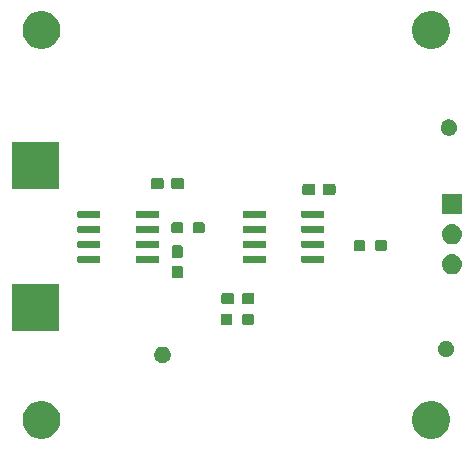
<source format=gbr>
G04 #@! TF.GenerationSoftware,KiCad,Pcbnew,(5.0.2)-1*
G04 #@! TF.CreationDate,2021-01-16T20:26:32+09:00*
G04 #@! TF.ProjectId,AllegroCurrentSensor,416c6c65-6772-46f4-9375-7272656e7453,rev?*
G04 #@! TF.SameCoordinates,Original*
G04 #@! TF.FileFunction,Soldermask,Top*
G04 #@! TF.FilePolarity,Negative*
%FSLAX46Y46*%
G04 Gerber Fmt 4.6, Leading zero omitted, Abs format (unit mm)*
G04 Created by KiCad (PCBNEW (5.0.2)-1) date 2021/01/16 20:26:32*
%MOMM*%
%LPD*%
G01*
G04 APERTURE LIST*
%ADD10C,0.100000*%
G04 APERTURE END LIST*
D10*
G36*
X96966703Y-64961486D02*
X97257883Y-65082097D01*
X97519944Y-65257201D01*
X97742799Y-65480056D01*
X97917903Y-65742117D01*
X98038514Y-66033297D01*
X98100000Y-66342412D01*
X98100000Y-66657588D01*
X98038514Y-66966703D01*
X97917903Y-67257883D01*
X97742799Y-67519944D01*
X97519944Y-67742799D01*
X97257883Y-67917903D01*
X96966703Y-68038514D01*
X96657588Y-68100000D01*
X96342412Y-68100000D01*
X96033297Y-68038514D01*
X95742117Y-67917903D01*
X95480056Y-67742799D01*
X95257201Y-67519944D01*
X95082097Y-67257883D01*
X94961486Y-66966703D01*
X94900000Y-66657588D01*
X94900000Y-66342412D01*
X94961486Y-66033297D01*
X95082097Y-65742117D01*
X95257201Y-65480056D01*
X95480056Y-65257201D01*
X95742117Y-65082097D01*
X96033297Y-64961486D01*
X96342412Y-64900000D01*
X96657588Y-64900000D01*
X96966703Y-64961486D01*
X96966703Y-64961486D01*
G37*
G36*
X63966703Y-64961486D02*
X64257883Y-65082097D01*
X64519944Y-65257201D01*
X64742799Y-65480056D01*
X64917903Y-65742117D01*
X65038514Y-66033297D01*
X65100000Y-66342412D01*
X65100000Y-66657588D01*
X65038514Y-66966703D01*
X64917903Y-67257883D01*
X64742799Y-67519944D01*
X64519944Y-67742799D01*
X64257883Y-67917903D01*
X63966703Y-68038514D01*
X63657588Y-68100000D01*
X63342412Y-68100000D01*
X63033297Y-68038514D01*
X62742117Y-67917903D01*
X62480056Y-67742799D01*
X62257201Y-67519944D01*
X62082097Y-67257883D01*
X61961486Y-66966703D01*
X61900000Y-66657588D01*
X61900000Y-66342412D01*
X61961486Y-66033297D01*
X62082097Y-65742117D01*
X62257201Y-65480056D01*
X62480056Y-65257201D01*
X62742117Y-65082097D01*
X63033297Y-64961486D01*
X63342412Y-64900000D01*
X63657588Y-64900000D01*
X63966703Y-64961486D01*
X63966703Y-64961486D01*
G37*
G36*
X73954183Y-60326900D02*
X74081574Y-60379668D01*
X74196224Y-60456274D01*
X74293726Y-60553776D01*
X74370332Y-60668426D01*
X74423100Y-60795817D01*
X74450000Y-60931055D01*
X74450000Y-61068945D01*
X74423100Y-61204183D01*
X74370332Y-61331574D01*
X74293725Y-61446225D01*
X74196225Y-61543725D01*
X74081574Y-61620332D01*
X73954183Y-61673100D01*
X73818945Y-61700000D01*
X73681055Y-61700000D01*
X73545817Y-61673100D01*
X73418426Y-61620332D01*
X73303775Y-61543725D01*
X73206275Y-61446225D01*
X73129668Y-61331574D01*
X73076900Y-61204183D01*
X73050000Y-61068945D01*
X73050000Y-60931055D01*
X73076900Y-60795817D01*
X73129668Y-60668426D01*
X73206274Y-60553776D01*
X73303776Y-60456274D01*
X73418426Y-60379668D01*
X73545817Y-60326900D01*
X73681055Y-60300000D01*
X73818945Y-60300000D01*
X73954183Y-60326900D01*
X73954183Y-60326900D01*
G37*
G36*
X97954183Y-59826900D02*
X98081574Y-59879668D01*
X98196225Y-59956275D01*
X98293725Y-60053775D01*
X98370332Y-60168426D01*
X98423100Y-60295817D01*
X98450000Y-60431055D01*
X98450000Y-60568945D01*
X98423100Y-60704183D01*
X98370332Y-60831574D01*
X98293726Y-60946224D01*
X98196224Y-61043726D01*
X98081574Y-61120332D01*
X97954183Y-61173100D01*
X97818945Y-61200000D01*
X97681055Y-61200000D01*
X97545817Y-61173100D01*
X97418426Y-61120332D01*
X97303776Y-61043726D01*
X97206274Y-60946224D01*
X97129668Y-60831574D01*
X97076900Y-60704183D01*
X97050000Y-60568945D01*
X97050000Y-60431055D01*
X97076900Y-60295817D01*
X97129668Y-60168426D01*
X97206275Y-60053775D01*
X97303775Y-59956275D01*
X97418426Y-59879668D01*
X97545817Y-59826900D01*
X97681055Y-59800000D01*
X97818945Y-59800000D01*
X97954183Y-59826900D01*
X97954183Y-59826900D01*
G37*
G36*
X65000000Y-59000000D02*
X61000000Y-59000000D01*
X61000000Y-55000000D01*
X65000000Y-55000000D01*
X65000000Y-59000000D01*
X65000000Y-59000000D01*
G37*
G36*
X79521524Y-57528955D02*
X79554236Y-57538879D01*
X79584390Y-57554997D01*
X79610816Y-57576684D01*
X79632503Y-57603110D01*
X79648621Y-57633264D01*
X79658545Y-57665976D01*
X79662500Y-57706138D01*
X79662500Y-58293862D01*
X79658545Y-58334024D01*
X79648621Y-58366736D01*
X79632503Y-58396890D01*
X79610816Y-58423316D01*
X79584390Y-58445003D01*
X79554236Y-58461121D01*
X79521524Y-58471045D01*
X79481362Y-58475000D01*
X78868638Y-58475000D01*
X78828476Y-58471045D01*
X78795764Y-58461121D01*
X78765610Y-58445003D01*
X78739184Y-58423316D01*
X78717497Y-58396890D01*
X78701379Y-58366736D01*
X78691455Y-58334024D01*
X78687500Y-58293862D01*
X78687500Y-57706138D01*
X78691455Y-57665976D01*
X78701379Y-57633264D01*
X78717497Y-57603110D01*
X78739184Y-57576684D01*
X78765610Y-57554997D01*
X78795764Y-57538879D01*
X78828476Y-57528955D01*
X78868638Y-57525000D01*
X79481362Y-57525000D01*
X79521524Y-57528955D01*
X79521524Y-57528955D01*
G37*
G36*
X81346524Y-57528955D02*
X81379236Y-57538879D01*
X81409390Y-57554997D01*
X81435816Y-57576684D01*
X81457503Y-57603110D01*
X81473621Y-57633264D01*
X81483545Y-57665976D01*
X81487500Y-57706138D01*
X81487500Y-58293862D01*
X81483545Y-58334024D01*
X81473621Y-58366736D01*
X81457503Y-58396890D01*
X81435816Y-58423316D01*
X81409390Y-58445003D01*
X81379236Y-58461121D01*
X81346524Y-58471045D01*
X81306362Y-58475000D01*
X80693638Y-58475000D01*
X80653476Y-58471045D01*
X80620764Y-58461121D01*
X80590610Y-58445003D01*
X80564184Y-58423316D01*
X80542497Y-58396890D01*
X80526379Y-58366736D01*
X80516455Y-58334024D01*
X80512500Y-58293862D01*
X80512500Y-57706138D01*
X80516455Y-57665976D01*
X80526379Y-57633264D01*
X80542497Y-57603110D01*
X80564184Y-57576684D01*
X80590610Y-57554997D01*
X80620764Y-57538879D01*
X80653476Y-57528955D01*
X80693638Y-57525000D01*
X81306362Y-57525000D01*
X81346524Y-57528955D01*
X81346524Y-57528955D01*
G37*
G36*
X79671524Y-55778955D02*
X79704236Y-55788879D01*
X79734390Y-55804997D01*
X79760816Y-55826684D01*
X79782503Y-55853110D01*
X79798621Y-55883264D01*
X79808545Y-55915976D01*
X79812500Y-55956138D01*
X79812500Y-56543862D01*
X79808545Y-56584024D01*
X79798621Y-56616736D01*
X79782503Y-56646890D01*
X79760816Y-56673316D01*
X79734390Y-56695003D01*
X79704236Y-56711121D01*
X79671524Y-56721045D01*
X79631362Y-56725000D01*
X78918638Y-56725000D01*
X78878476Y-56721045D01*
X78845764Y-56711121D01*
X78815610Y-56695003D01*
X78789184Y-56673316D01*
X78767497Y-56646890D01*
X78751379Y-56616736D01*
X78741455Y-56584024D01*
X78737500Y-56543862D01*
X78737500Y-55956138D01*
X78741455Y-55915976D01*
X78751379Y-55883264D01*
X78767497Y-55853110D01*
X78789184Y-55826684D01*
X78815610Y-55804997D01*
X78845764Y-55788879D01*
X78878476Y-55778955D01*
X78918638Y-55775000D01*
X79631362Y-55775000D01*
X79671524Y-55778955D01*
X79671524Y-55778955D01*
G37*
G36*
X81396524Y-55778955D02*
X81429236Y-55788879D01*
X81459390Y-55804997D01*
X81485816Y-55826684D01*
X81507503Y-55853110D01*
X81523621Y-55883264D01*
X81533545Y-55915976D01*
X81537500Y-55956138D01*
X81537500Y-56543862D01*
X81533545Y-56584024D01*
X81523621Y-56616736D01*
X81507503Y-56646890D01*
X81485816Y-56673316D01*
X81459390Y-56695003D01*
X81429236Y-56711121D01*
X81396524Y-56721045D01*
X81356362Y-56725000D01*
X80643638Y-56725000D01*
X80603476Y-56721045D01*
X80570764Y-56711121D01*
X80540610Y-56695003D01*
X80514184Y-56673316D01*
X80492497Y-56646890D01*
X80476379Y-56616736D01*
X80466455Y-56584024D01*
X80462500Y-56543862D01*
X80462500Y-55956138D01*
X80466455Y-55915976D01*
X80476379Y-55883264D01*
X80492497Y-55853110D01*
X80514184Y-55826684D01*
X80540610Y-55804997D01*
X80570764Y-55788879D01*
X80603476Y-55778955D01*
X80643638Y-55775000D01*
X81356362Y-55775000D01*
X81396524Y-55778955D01*
X81396524Y-55778955D01*
G37*
G36*
X75334024Y-53466455D02*
X75366736Y-53476379D01*
X75396890Y-53492497D01*
X75423316Y-53514184D01*
X75445003Y-53540610D01*
X75461121Y-53570764D01*
X75471045Y-53603476D01*
X75475000Y-53643638D01*
X75475000Y-54356362D01*
X75471045Y-54396524D01*
X75461121Y-54429236D01*
X75445003Y-54459390D01*
X75423316Y-54485816D01*
X75396890Y-54507503D01*
X75366736Y-54523621D01*
X75334024Y-54533545D01*
X75293862Y-54537500D01*
X74706138Y-54537500D01*
X74665976Y-54533545D01*
X74633264Y-54523621D01*
X74603110Y-54507503D01*
X74576684Y-54485816D01*
X74554997Y-54459390D01*
X74538879Y-54429236D01*
X74528955Y-54396524D01*
X74525000Y-54356362D01*
X74525000Y-53643638D01*
X74528955Y-53603476D01*
X74538879Y-53570764D01*
X74554997Y-53540610D01*
X74576684Y-53514184D01*
X74603110Y-53492497D01*
X74633264Y-53476379D01*
X74665976Y-53466455D01*
X74706138Y-53462500D01*
X75293862Y-53462500D01*
X75334024Y-53466455D01*
X75334024Y-53466455D01*
G37*
G36*
X98416630Y-52492299D02*
X98576855Y-52540903D01*
X98724520Y-52619831D01*
X98853949Y-52726051D01*
X98960169Y-52855480D01*
X99039097Y-53003145D01*
X99087701Y-53163370D01*
X99104112Y-53330000D01*
X99087701Y-53496630D01*
X99039097Y-53656855D01*
X98960169Y-53804520D01*
X98853949Y-53933949D01*
X98724520Y-54040169D01*
X98576855Y-54119097D01*
X98416630Y-54167701D01*
X98291752Y-54180000D01*
X98208248Y-54180000D01*
X98083370Y-54167701D01*
X97923145Y-54119097D01*
X97775480Y-54040169D01*
X97646051Y-53933949D01*
X97539831Y-53804520D01*
X97460903Y-53656855D01*
X97412299Y-53496630D01*
X97395888Y-53330000D01*
X97412299Y-53163370D01*
X97460903Y-53003145D01*
X97539831Y-52855480D01*
X97646051Y-52726051D01*
X97775480Y-52619831D01*
X97923145Y-52540903D01*
X98083370Y-52492299D01*
X98208248Y-52480000D01*
X98291752Y-52480000D01*
X98416630Y-52492299D01*
X98416630Y-52492299D01*
G37*
G36*
X68429452Y-52607274D02*
X68445750Y-52612218D01*
X68460777Y-52620251D01*
X68473944Y-52631056D01*
X68484749Y-52644223D01*
X68492782Y-52659250D01*
X68497726Y-52675548D01*
X68500000Y-52698640D01*
X68500000Y-53111360D01*
X68497726Y-53134452D01*
X68492782Y-53150750D01*
X68484749Y-53165777D01*
X68473944Y-53178944D01*
X68460777Y-53189749D01*
X68445750Y-53197782D01*
X68429452Y-53202726D01*
X68406360Y-53205000D01*
X66643640Y-53205000D01*
X66620548Y-53202726D01*
X66604250Y-53197782D01*
X66589223Y-53189749D01*
X66576056Y-53178944D01*
X66565251Y-53165777D01*
X66557218Y-53150750D01*
X66552274Y-53134452D01*
X66550000Y-53111360D01*
X66550000Y-52698640D01*
X66552274Y-52675548D01*
X66557218Y-52659250D01*
X66565251Y-52644223D01*
X66576056Y-52631056D01*
X66589223Y-52620251D01*
X66604250Y-52612218D01*
X66620548Y-52607274D01*
X66643640Y-52605000D01*
X68406360Y-52605000D01*
X68429452Y-52607274D01*
X68429452Y-52607274D01*
G37*
G36*
X82429452Y-52607274D02*
X82445750Y-52612218D01*
X82460777Y-52620251D01*
X82473944Y-52631056D01*
X82484749Y-52644223D01*
X82492782Y-52659250D01*
X82497726Y-52675548D01*
X82500000Y-52698640D01*
X82500000Y-53111360D01*
X82497726Y-53134452D01*
X82492782Y-53150750D01*
X82484749Y-53165777D01*
X82473944Y-53178944D01*
X82460777Y-53189749D01*
X82445750Y-53197782D01*
X82429452Y-53202726D01*
X82406360Y-53205000D01*
X80643640Y-53205000D01*
X80620548Y-53202726D01*
X80604250Y-53197782D01*
X80589223Y-53189749D01*
X80576056Y-53178944D01*
X80565251Y-53165777D01*
X80557218Y-53150750D01*
X80552274Y-53134452D01*
X80550000Y-53111360D01*
X80550000Y-52698640D01*
X80552274Y-52675548D01*
X80557218Y-52659250D01*
X80565251Y-52644223D01*
X80576056Y-52631056D01*
X80589223Y-52620251D01*
X80604250Y-52612218D01*
X80620548Y-52607274D01*
X80643640Y-52605000D01*
X82406360Y-52605000D01*
X82429452Y-52607274D01*
X82429452Y-52607274D01*
G37*
G36*
X73379452Y-52607274D02*
X73395750Y-52612218D01*
X73410777Y-52620251D01*
X73423944Y-52631056D01*
X73434749Y-52644223D01*
X73442782Y-52659250D01*
X73447726Y-52675548D01*
X73450000Y-52698640D01*
X73450000Y-53111360D01*
X73447726Y-53134452D01*
X73442782Y-53150750D01*
X73434749Y-53165777D01*
X73423944Y-53178944D01*
X73410777Y-53189749D01*
X73395750Y-53197782D01*
X73379452Y-53202726D01*
X73356360Y-53205000D01*
X71593640Y-53205000D01*
X71570548Y-53202726D01*
X71554250Y-53197782D01*
X71539223Y-53189749D01*
X71526056Y-53178944D01*
X71515251Y-53165777D01*
X71507218Y-53150750D01*
X71502274Y-53134452D01*
X71500000Y-53111360D01*
X71500000Y-52698640D01*
X71502274Y-52675548D01*
X71507218Y-52659250D01*
X71515251Y-52644223D01*
X71526056Y-52631056D01*
X71539223Y-52620251D01*
X71554250Y-52612218D01*
X71570548Y-52607274D01*
X71593640Y-52605000D01*
X73356360Y-52605000D01*
X73379452Y-52607274D01*
X73379452Y-52607274D01*
G37*
G36*
X87379452Y-52607274D02*
X87395750Y-52612218D01*
X87410777Y-52620251D01*
X87423944Y-52631056D01*
X87434749Y-52644223D01*
X87442782Y-52659250D01*
X87447726Y-52675548D01*
X87450000Y-52698640D01*
X87450000Y-53111360D01*
X87447726Y-53134452D01*
X87442782Y-53150750D01*
X87434749Y-53165777D01*
X87423944Y-53178944D01*
X87410777Y-53189749D01*
X87395750Y-53197782D01*
X87379452Y-53202726D01*
X87356360Y-53205000D01*
X85593640Y-53205000D01*
X85570548Y-53202726D01*
X85554250Y-53197782D01*
X85539223Y-53189749D01*
X85526056Y-53178944D01*
X85515251Y-53165777D01*
X85507218Y-53150750D01*
X85502274Y-53134452D01*
X85500000Y-53111360D01*
X85500000Y-52698640D01*
X85502274Y-52675548D01*
X85507218Y-52659250D01*
X85515251Y-52644223D01*
X85526056Y-52631056D01*
X85539223Y-52620251D01*
X85554250Y-52612218D01*
X85570548Y-52607274D01*
X85593640Y-52605000D01*
X87356360Y-52605000D01*
X87379452Y-52607274D01*
X87379452Y-52607274D01*
G37*
G36*
X75334024Y-51741455D02*
X75366736Y-51751379D01*
X75396890Y-51767497D01*
X75423316Y-51789184D01*
X75445003Y-51815610D01*
X75461121Y-51845764D01*
X75471045Y-51878476D01*
X75475000Y-51918638D01*
X75475000Y-52631362D01*
X75471045Y-52671524D01*
X75461121Y-52704236D01*
X75445003Y-52734390D01*
X75423316Y-52760816D01*
X75396890Y-52782503D01*
X75366736Y-52798621D01*
X75334024Y-52808545D01*
X75293862Y-52812500D01*
X74706138Y-52812500D01*
X74665976Y-52808545D01*
X74633264Y-52798621D01*
X74603110Y-52782503D01*
X74576684Y-52760816D01*
X74554997Y-52734390D01*
X74538879Y-52704236D01*
X74528955Y-52671524D01*
X74525000Y-52631362D01*
X74525000Y-51918638D01*
X74528955Y-51878476D01*
X74538879Y-51845764D01*
X74554997Y-51815610D01*
X74576684Y-51789184D01*
X74603110Y-51767497D01*
X74633264Y-51751379D01*
X74665976Y-51741455D01*
X74706138Y-51737500D01*
X75293862Y-51737500D01*
X75334024Y-51741455D01*
X75334024Y-51741455D01*
G37*
G36*
X92596524Y-51278955D02*
X92629236Y-51288879D01*
X92659390Y-51304997D01*
X92685816Y-51326684D01*
X92707503Y-51353110D01*
X92723621Y-51383264D01*
X92733545Y-51415976D01*
X92737500Y-51456138D01*
X92737500Y-52043862D01*
X92733545Y-52084024D01*
X92723621Y-52116736D01*
X92707503Y-52146890D01*
X92685816Y-52173316D01*
X92659390Y-52195003D01*
X92629236Y-52211121D01*
X92596524Y-52221045D01*
X92556362Y-52225000D01*
X91943638Y-52225000D01*
X91903476Y-52221045D01*
X91870764Y-52211121D01*
X91840610Y-52195003D01*
X91814184Y-52173316D01*
X91792497Y-52146890D01*
X91776379Y-52116736D01*
X91766455Y-52084024D01*
X91762500Y-52043862D01*
X91762500Y-51456138D01*
X91766455Y-51415976D01*
X91776379Y-51383264D01*
X91792497Y-51353110D01*
X91814184Y-51326684D01*
X91840610Y-51304997D01*
X91870764Y-51288879D01*
X91903476Y-51278955D01*
X91943638Y-51275000D01*
X92556362Y-51275000D01*
X92596524Y-51278955D01*
X92596524Y-51278955D01*
G37*
G36*
X90771524Y-51278955D02*
X90804236Y-51288879D01*
X90834390Y-51304997D01*
X90860816Y-51326684D01*
X90882503Y-51353110D01*
X90898621Y-51383264D01*
X90908545Y-51415976D01*
X90912500Y-51456138D01*
X90912500Y-52043862D01*
X90908545Y-52084024D01*
X90898621Y-52116736D01*
X90882503Y-52146890D01*
X90860816Y-52173316D01*
X90834390Y-52195003D01*
X90804236Y-52211121D01*
X90771524Y-52221045D01*
X90731362Y-52225000D01*
X90118638Y-52225000D01*
X90078476Y-52221045D01*
X90045764Y-52211121D01*
X90015610Y-52195003D01*
X89989184Y-52173316D01*
X89967497Y-52146890D01*
X89951379Y-52116736D01*
X89941455Y-52084024D01*
X89937500Y-52043862D01*
X89937500Y-51456138D01*
X89941455Y-51415976D01*
X89951379Y-51383264D01*
X89967497Y-51353110D01*
X89989184Y-51326684D01*
X90015610Y-51304997D01*
X90045764Y-51288879D01*
X90078476Y-51278955D01*
X90118638Y-51275000D01*
X90731362Y-51275000D01*
X90771524Y-51278955D01*
X90771524Y-51278955D01*
G37*
G36*
X87379452Y-51337274D02*
X87395750Y-51342218D01*
X87410777Y-51350251D01*
X87423944Y-51361056D01*
X87434749Y-51374223D01*
X87442782Y-51389250D01*
X87447726Y-51405548D01*
X87450000Y-51428640D01*
X87450000Y-51841360D01*
X87447726Y-51864452D01*
X87442782Y-51880750D01*
X87434749Y-51895777D01*
X87423944Y-51908944D01*
X87410777Y-51919749D01*
X87395750Y-51927782D01*
X87379452Y-51932726D01*
X87356360Y-51935000D01*
X85593640Y-51935000D01*
X85570548Y-51932726D01*
X85554250Y-51927782D01*
X85539223Y-51919749D01*
X85526056Y-51908944D01*
X85515251Y-51895777D01*
X85507218Y-51880750D01*
X85502274Y-51864452D01*
X85500000Y-51841360D01*
X85500000Y-51428640D01*
X85502274Y-51405548D01*
X85507218Y-51389250D01*
X85515251Y-51374223D01*
X85526056Y-51361056D01*
X85539223Y-51350251D01*
X85554250Y-51342218D01*
X85570548Y-51337274D01*
X85593640Y-51335000D01*
X87356360Y-51335000D01*
X87379452Y-51337274D01*
X87379452Y-51337274D01*
G37*
G36*
X82429452Y-51337274D02*
X82445750Y-51342218D01*
X82460777Y-51350251D01*
X82473944Y-51361056D01*
X82484749Y-51374223D01*
X82492782Y-51389250D01*
X82497726Y-51405548D01*
X82500000Y-51428640D01*
X82500000Y-51841360D01*
X82497726Y-51864452D01*
X82492782Y-51880750D01*
X82484749Y-51895777D01*
X82473944Y-51908944D01*
X82460777Y-51919749D01*
X82445750Y-51927782D01*
X82429452Y-51932726D01*
X82406360Y-51935000D01*
X80643640Y-51935000D01*
X80620548Y-51932726D01*
X80604250Y-51927782D01*
X80589223Y-51919749D01*
X80576056Y-51908944D01*
X80565251Y-51895777D01*
X80557218Y-51880750D01*
X80552274Y-51864452D01*
X80550000Y-51841360D01*
X80550000Y-51428640D01*
X80552274Y-51405548D01*
X80557218Y-51389250D01*
X80565251Y-51374223D01*
X80576056Y-51361056D01*
X80589223Y-51350251D01*
X80604250Y-51342218D01*
X80620548Y-51337274D01*
X80643640Y-51335000D01*
X82406360Y-51335000D01*
X82429452Y-51337274D01*
X82429452Y-51337274D01*
G37*
G36*
X68429452Y-51337274D02*
X68445750Y-51342218D01*
X68460777Y-51350251D01*
X68473944Y-51361056D01*
X68484749Y-51374223D01*
X68492782Y-51389250D01*
X68497726Y-51405548D01*
X68500000Y-51428640D01*
X68500000Y-51841360D01*
X68497726Y-51864452D01*
X68492782Y-51880750D01*
X68484749Y-51895777D01*
X68473944Y-51908944D01*
X68460777Y-51919749D01*
X68445750Y-51927782D01*
X68429452Y-51932726D01*
X68406360Y-51935000D01*
X66643640Y-51935000D01*
X66620548Y-51932726D01*
X66604250Y-51927782D01*
X66589223Y-51919749D01*
X66576056Y-51908944D01*
X66565251Y-51895777D01*
X66557218Y-51880750D01*
X66552274Y-51864452D01*
X66550000Y-51841360D01*
X66550000Y-51428640D01*
X66552274Y-51405548D01*
X66557218Y-51389250D01*
X66565251Y-51374223D01*
X66576056Y-51361056D01*
X66589223Y-51350251D01*
X66604250Y-51342218D01*
X66620548Y-51337274D01*
X66643640Y-51335000D01*
X68406360Y-51335000D01*
X68429452Y-51337274D01*
X68429452Y-51337274D01*
G37*
G36*
X73379452Y-51337274D02*
X73395750Y-51342218D01*
X73410777Y-51350251D01*
X73423944Y-51361056D01*
X73434749Y-51374223D01*
X73442782Y-51389250D01*
X73447726Y-51405548D01*
X73450000Y-51428640D01*
X73450000Y-51841360D01*
X73447726Y-51864452D01*
X73442782Y-51880750D01*
X73434749Y-51895777D01*
X73423944Y-51908944D01*
X73410777Y-51919749D01*
X73395750Y-51927782D01*
X73379452Y-51932726D01*
X73356360Y-51935000D01*
X71593640Y-51935000D01*
X71570548Y-51932726D01*
X71554250Y-51927782D01*
X71539223Y-51919749D01*
X71526056Y-51908944D01*
X71515251Y-51895777D01*
X71507218Y-51880750D01*
X71502274Y-51864452D01*
X71500000Y-51841360D01*
X71500000Y-51428640D01*
X71502274Y-51405548D01*
X71507218Y-51389250D01*
X71515251Y-51374223D01*
X71526056Y-51361056D01*
X71539223Y-51350251D01*
X71554250Y-51342218D01*
X71570548Y-51337274D01*
X71593640Y-51335000D01*
X73356360Y-51335000D01*
X73379452Y-51337274D01*
X73379452Y-51337274D01*
G37*
G36*
X98416630Y-49952299D02*
X98576855Y-50000903D01*
X98724520Y-50079831D01*
X98853949Y-50186051D01*
X98960169Y-50315480D01*
X99039097Y-50463145D01*
X99087701Y-50623370D01*
X99104112Y-50790000D01*
X99087701Y-50956630D01*
X99039097Y-51116855D01*
X98960169Y-51264520D01*
X98853949Y-51393949D01*
X98724520Y-51500169D01*
X98576855Y-51579097D01*
X98416630Y-51627701D01*
X98291752Y-51640000D01*
X98208248Y-51640000D01*
X98083370Y-51627701D01*
X97923145Y-51579097D01*
X97775480Y-51500169D01*
X97646051Y-51393949D01*
X97539831Y-51264520D01*
X97460903Y-51116855D01*
X97412299Y-50956630D01*
X97395888Y-50790000D01*
X97412299Y-50623370D01*
X97460903Y-50463145D01*
X97539831Y-50315480D01*
X97646051Y-50186051D01*
X97775480Y-50079831D01*
X97923145Y-50000903D01*
X98083370Y-49952299D01*
X98208248Y-49940000D01*
X98291752Y-49940000D01*
X98416630Y-49952299D01*
X98416630Y-49952299D01*
G37*
G36*
X77171524Y-49778955D02*
X77204236Y-49788879D01*
X77234390Y-49804997D01*
X77260816Y-49826684D01*
X77282503Y-49853110D01*
X77298621Y-49883264D01*
X77308545Y-49915976D01*
X77312500Y-49956138D01*
X77312500Y-50543862D01*
X77308545Y-50584024D01*
X77298621Y-50616736D01*
X77282503Y-50646890D01*
X77260816Y-50673316D01*
X77234390Y-50695003D01*
X77204236Y-50711121D01*
X77171524Y-50721045D01*
X77131362Y-50725000D01*
X76518638Y-50725000D01*
X76478476Y-50721045D01*
X76445764Y-50711121D01*
X76415610Y-50695003D01*
X76389184Y-50673316D01*
X76367497Y-50646890D01*
X76351379Y-50616736D01*
X76341455Y-50584024D01*
X76337500Y-50543862D01*
X76337500Y-49956138D01*
X76341455Y-49915976D01*
X76351379Y-49883264D01*
X76367497Y-49853110D01*
X76389184Y-49826684D01*
X76415610Y-49804997D01*
X76445764Y-49788879D01*
X76478476Y-49778955D01*
X76518638Y-49775000D01*
X77131362Y-49775000D01*
X77171524Y-49778955D01*
X77171524Y-49778955D01*
G37*
G36*
X75346524Y-49778955D02*
X75379236Y-49788879D01*
X75409390Y-49804997D01*
X75435816Y-49826684D01*
X75457503Y-49853110D01*
X75473621Y-49883264D01*
X75483545Y-49915976D01*
X75487500Y-49956138D01*
X75487500Y-50543862D01*
X75483545Y-50584024D01*
X75473621Y-50616736D01*
X75457503Y-50646890D01*
X75435816Y-50673316D01*
X75409390Y-50695003D01*
X75379236Y-50711121D01*
X75346524Y-50721045D01*
X75306362Y-50725000D01*
X74693638Y-50725000D01*
X74653476Y-50721045D01*
X74620764Y-50711121D01*
X74590610Y-50695003D01*
X74564184Y-50673316D01*
X74542497Y-50646890D01*
X74526379Y-50616736D01*
X74516455Y-50584024D01*
X74512500Y-50543862D01*
X74512500Y-49956138D01*
X74516455Y-49915976D01*
X74526379Y-49883264D01*
X74542497Y-49853110D01*
X74564184Y-49826684D01*
X74590610Y-49804997D01*
X74620764Y-49788879D01*
X74653476Y-49778955D01*
X74693638Y-49775000D01*
X75306362Y-49775000D01*
X75346524Y-49778955D01*
X75346524Y-49778955D01*
G37*
G36*
X68429452Y-50067274D02*
X68445750Y-50072218D01*
X68460777Y-50080251D01*
X68473944Y-50091056D01*
X68484749Y-50104223D01*
X68492782Y-50119250D01*
X68497726Y-50135548D01*
X68500000Y-50158640D01*
X68500000Y-50571360D01*
X68497726Y-50594452D01*
X68492782Y-50610750D01*
X68484749Y-50625777D01*
X68473944Y-50638944D01*
X68460777Y-50649749D01*
X68445750Y-50657782D01*
X68429452Y-50662726D01*
X68406360Y-50665000D01*
X66643640Y-50665000D01*
X66620548Y-50662726D01*
X66604250Y-50657782D01*
X66589223Y-50649749D01*
X66576056Y-50638944D01*
X66565251Y-50625777D01*
X66557218Y-50610750D01*
X66552274Y-50594452D01*
X66550000Y-50571360D01*
X66550000Y-50158640D01*
X66552274Y-50135548D01*
X66557218Y-50119250D01*
X66565251Y-50104223D01*
X66576056Y-50091056D01*
X66589223Y-50080251D01*
X66604250Y-50072218D01*
X66620548Y-50067274D01*
X66643640Y-50065000D01*
X68406360Y-50065000D01*
X68429452Y-50067274D01*
X68429452Y-50067274D01*
G37*
G36*
X87379452Y-50067274D02*
X87395750Y-50072218D01*
X87410777Y-50080251D01*
X87423944Y-50091056D01*
X87434749Y-50104223D01*
X87442782Y-50119250D01*
X87447726Y-50135548D01*
X87450000Y-50158640D01*
X87450000Y-50571360D01*
X87447726Y-50594452D01*
X87442782Y-50610750D01*
X87434749Y-50625777D01*
X87423944Y-50638944D01*
X87410777Y-50649749D01*
X87395750Y-50657782D01*
X87379452Y-50662726D01*
X87356360Y-50665000D01*
X85593640Y-50665000D01*
X85570548Y-50662726D01*
X85554250Y-50657782D01*
X85539223Y-50649749D01*
X85526056Y-50638944D01*
X85515251Y-50625777D01*
X85507218Y-50610750D01*
X85502274Y-50594452D01*
X85500000Y-50571360D01*
X85500000Y-50158640D01*
X85502274Y-50135548D01*
X85507218Y-50119250D01*
X85515251Y-50104223D01*
X85526056Y-50091056D01*
X85539223Y-50080251D01*
X85554250Y-50072218D01*
X85570548Y-50067274D01*
X85593640Y-50065000D01*
X87356360Y-50065000D01*
X87379452Y-50067274D01*
X87379452Y-50067274D01*
G37*
G36*
X82429452Y-50067274D02*
X82445750Y-50072218D01*
X82460777Y-50080251D01*
X82473944Y-50091056D01*
X82484749Y-50104223D01*
X82492782Y-50119250D01*
X82497726Y-50135548D01*
X82500000Y-50158640D01*
X82500000Y-50571360D01*
X82497726Y-50594452D01*
X82492782Y-50610750D01*
X82484749Y-50625777D01*
X82473944Y-50638944D01*
X82460777Y-50649749D01*
X82445750Y-50657782D01*
X82429452Y-50662726D01*
X82406360Y-50665000D01*
X80643640Y-50665000D01*
X80620548Y-50662726D01*
X80604250Y-50657782D01*
X80589223Y-50649749D01*
X80576056Y-50638944D01*
X80565251Y-50625777D01*
X80557218Y-50610750D01*
X80552274Y-50594452D01*
X80550000Y-50571360D01*
X80550000Y-50158640D01*
X80552274Y-50135548D01*
X80557218Y-50119250D01*
X80565251Y-50104223D01*
X80576056Y-50091056D01*
X80589223Y-50080251D01*
X80604250Y-50072218D01*
X80620548Y-50067274D01*
X80643640Y-50065000D01*
X82406360Y-50065000D01*
X82429452Y-50067274D01*
X82429452Y-50067274D01*
G37*
G36*
X73379452Y-50067274D02*
X73395750Y-50072218D01*
X73410777Y-50080251D01*
X73423944Y-50091056D01*
X73434749Y-50104223D01*
X73442782Y-50119250D01*
X73447726Y-50135548D01*
X73450000Y-50158640D01*
X73450000Y-50571360D01*
X73447726Y-50594452D01*
X73442782Y-50610750D01*
X73434749Y-50625777D01*
X73423944Y-50638944D01*
X73410777Y-50649749D01*
X73395750Y-50657782D01*
X73379452Y-50662726D01*
X73356360Y-50665000D01*
X71593640Y-50665000D01*
X71570548Y-50662726D01*
X71554250Y-50657782D01*
X71539223Y-50649749D01*
X71526056Y-50638944D01*
X71515251Y-50625777D01*
X71507218Y-50610750D01*
X71502274Y-50594452D01*
X71500000Y-50571360D01*
X71500000Y-50158640D01*
X71502274Y-50135548D01*
X71507218Y-50119250D01*
X71515251Y-50104223D01*
X71526056Y-50091056D01*
X71539223Y-50080251D01*
X71554250Y-50072218D01*
X71570548Y-50067274D01*
X71593640Y-50065000D01*
X73356360Y-50065000D01*
X73379452Y-50067274D01*
X73379452Y-50067274D01*
G37*
G36*
X68429452Y-48797274D02*
X68445750Y-48802218D01*
X68460777Y-48810251D01*
X68473944Y-48821056D01*
X68484749Y-48834223D01*
X68492782Y-48849250D01*
X68497726Y-48865548D01*
X68500000Y-48888640D01*
X68500000Y-49301360D01*
X68497726Y-49324452D01*
X68492782Y-49340750D01*
X68484749Y-49355777D01*
X68473944Y-49368944D01*
X68460777Y-49379749D01*
X68445750Y-49387782D01*
X68429452Y-49392726D01*
X68406360Y-49395000D01*
X66643640Y-49395000D01*
X66620548Y-49392726D01*
X66604250Y-49387782D01*
X66589223Y-49379749D01*
X66576056Y-49368944D01*
X66565251Y-49355777D01*
X66557218Y-49340750D01*
X66552274Y-49324452D01*
X66550000Y-49301360D01*
X66550000Y-48888640D01*
X66552274Y-48865548D01*
X66557218Y-48849250D01*
X66565251Y-48834223D01*
X66576056Y-48821056D01*
X66589223Y-48810251D01*
X66604250Y-48802218D01*
X66620548Y-48797274D01*
X66643640Y-48795000D01*
X68406360Y-48795000D01*
X68429452Y-48797274D01*
X68429452Y-48797274D01*
G37*
G36*
X73379452Y-48797274D02*
X73395750Y-48802218D01*
X73410777Y-48810251D01*
X73423944Y-48821056D01*
X73434749Y-48834223D01*
X73442782Y-48849250D01*
X73447726Y-48865548D01*
X73450000Y-48888640D01*
X73450000Y-49301360D01*
X73447726Y-49324452D01*
X73442782Y-49340750D01*
X73434749Y-49355777D01*
X73423944Y-49368944D01*
X73410777Y-49379749D01*
X73395750Y-49387782D01*
X73379452Y-49392726D01*
X73356360Y-49395000D01*
X71593640Y-49395000D01*
X71570548Y-49392726D01*
X71554250Y-49387782D01*
X71539223Y-49379749D01*
X71526056Y-49368944D01*
X71515251Y-49355777D01*
X71507218Y-49340750D01*
X71502274Y-49324452D01*
X71500000Y-49301360D01*
X71500000Y-48888640D01*
X71502274Y-48865548D01*
X71507218Y-48849250D01*
X71515251Y-48834223D01*
X71526056Y-48821056D01*
X71539223Y-48810251D01*
X71554250Y-48802218D01*
X71570548Y-48797274D01*
X71593640Y-48795000D01*
X73356360Y-48795000D01*
X73379452Y-48797274D01*
X73379452Y-48797274D01*
G37*
G36*
X87379452Y-48797274D02*
X87395750Y-48802218D01*
X87410777Y-48810251D01*
X87423944Y-48821056D01*
X87434749Y-48834223D01*
X87442782Y-48849250D01*
X87447726Y-48865548D01*
X87450000Y-48888640D01*
X87450000Y-49301360D01*
X87447726Y-49324452D01*
X87442782Y-49340750D01*
X87434749Y-49355777D01*
X87423944Y-49368944D01*
X87410777Y-49379749D01*
X87395750Y-49387782D01*
X87379452Y-49392726D01*
X87356360Y-49395000D01*
X85593640Y-49395000D01*
X85570548Y-49392726D01*
X85554250Y-49387782D01*
X85539223Y-49379749D01*
X85526056Y-49368944D01*
X85515251Y-49355777D01*
X85507218Y-49340750D01*
X85502274Y-49324452D01*
X85500000Y-49301360D01*
X85500000Y-48888640D01*
X85502274Y-48865548D01*
X85507218Y-48849250D01*
X85515251Y-48834223D01*
X85526056Y-48821056D01*
X85539223Y-48810251D01*
X85554250Y-48802218D01*
X85570548Y-48797274D01*
X85593640Y-48795000D01*
X87356360Y-48795000D01*
X87379452Y-48797274D01*
X87379452Y-48797274D01*
G37*
G36*
X82429452Y-48797274D02*
X82445750Y-48802218D01*
X82460777Y-48810251D01*
X82473944Y-48821056D01*
X82484749Y-48834223D01*
X82492782Y-48849250D01*
X82497726Y-48865548D01*
X82500000Y-48888640D01*
X82500000Y-49301360D01*
X82497726Y-49324452D01*
X82492782Y-49340750D01*
X82484749Y-49355777D01*
X82473944Y-49368944D01*
X82460777Y-49379749D01*
X82445750Y-49387782D01*
X82429452Y-49392726D01*
X82406360Y-49395000D01*
X80643640Y-49395000D01*
X80620548Y-49392726D01*
X80604250Y-49387782D01*
X80589223Y-49379749D01*
X80576056Y-49368944D01*
X80565251Y-49355777D01*
X80557218Y-49340750D01*
X80552274Y-49324452D01*
X80550000Y-49301360D01*
X80550000Y-48888640D01*
X80552274Y-48865548D01*
X80557218Y-48849250D01*
X80565251Y-48834223D01*
X80576056Y-48821056D01*
X80589223Y-48810251D01*
X80604250Y-48802218D01*
X80620548Y-48797274D01*
X80643640Y-48795000D01*
X82406360Y-48795000D01*
X82429452Y-48797274D01*
X82429452Y-48797274D01*
G37*
G36*
X99100000Y-49100000D02*
X97400000Y-49100000D01*
X97400000Y-47400000D01*
X99100000Y-47400000D01*
X99100000Y-49100000D01*
X99100000Y-49100000D01*
G37*
G36*
X88259024Y-46528955D02*
X88291736Y-46538879D01*
X88321890Y-46554997D01*
X88348316Y-46576684D01*
X88370003Y-46603110D01*
X88386121Y-46633264D01*
X88396045Y-46665976D01*
X88400000Y-46706138D01*
X88400000Y-47293862D01*
X88396045Y-47334024D01*
X88386121Y-47366736D01*
X88370003Y-47396890D01*
X88348316Y-47423316D01*
X88321890Y-47445003D01*
X88291736Y-47461121D01*
X88259024Y-47471045D01*
X88218862Y-47475000D01*
X87506138Y-47475000D01*
X87465976Y-47471045D01*
X87433264Y-47461121D01*
X87403110Y-47445003D01*
X87376684Y-47423316D01*
X87354997Y-47396890D01*
X87338879Y-47366736D01*
X87328955Y-47334024D01*
X87325000Y-47293862D01*
X87325000Y-46706138D01*
X87328955Y-46665976D01*
X87338879Y-46633264D01*
X87354997Y-46603110D01*
X87376684Y-46576684D01*
X87403110Y-46554997D01*
X87433264Y-46538879D01*
X87465976Y-46528955D01*
X87506138Y-46525000D01*
X88218862Y-46525000D01*
X88259024Y-46528955D01*
X88259024Y-46528955D01*
G37*
G36*
X86534024Y-46528955D02*
X86566736Y-46538879D01*
X86596890Y-46554997D01*
X86623316Y-46576684D01*
X86645003Y-46603110D01*
X86661121Y-46633264D01*
X86671045Y-46665976D01*
X86675000Y-46706138D01*
X86675000Y-47293862D01*
X86671045Y-47334024D01*
X86661121Y-47366736D01*
X86645003Y-47396890D01*
X86623316Y-47423316D01*
X86596890Y-47445003D01*
X86566736Y-47461121D01*
X86534024Y-47471045D01*
X86493862Y-47475000D01*
X85781138Y-47475000D01*
X85740976Y-47471045D01*
X85708264Y-47461121D01*
X85678110Y-47445003D01*
X85651684Y-47423316D01*
X85629997Y-47396890D01*
X85613879Y-47366736D01*
X85603955Y-47334024D01*
X85600000Y-47293862D01*
X85600000Y-46706138D01*
X85603955Y-46665976D01*
X85613879Y-46633264D01*
X85629997Y-46603110D01*
X85651684Y-46576684D01*
X85678110Y-46554997D01*
X85708264Y-46538879D01*
X85740976Y-46528955D01*
X85781138Y-46525000D01*
X86493862Y-46525000D01*
X86534024Y-46528955D01*
X86534024Y-46528955D01*
G37*
G36*
X65000000Y-47000000D02*
X61000000Y-47000000D01*
X61000000Y-43000000D01*
X65000000Y-43000000D01*
X65000000Y-47000000D01*
X65000000Y-47000000D01*
G37*
G36*
X73696524Y-46028955D02*
X73729236Y-46038879D01*
X73759390Y-46054997D01*
X73785816Y-46076684D01*
X73807503Y-46103110D01*
X73823621Y-46133264D01*
X73833545Y-46165976D01*
X73837500Y-46206138D01*
X73837500Y-46793862D01*
X73833545Y-46834024D01*
X73823621Y-46866736D01*
X73807503Y-46896890D01*
X73785816Y-46923316D01*
X73759390Y-46945003D01*
X73729236Y-46961121D01*
X73696524Y-46971045D01*
X73656362Y-46975000D01*
X72943638Y-46975000D01*
X72903476Y-46971045D01*
X72870764Y-46961121D01*
X72840610Y-46945003D01*
X72814184Y-46923316D01*
X72792497Y-46896890D01*
X72776379Y-46866736D01*
X72766455Y-46834024D01*
X72762500Y-46793862D01*
X72762500Y-46206138D01*
X72766455Y-46165976D01*
X72776379Y-46133264D01*
X72792497Y-46103110D01*
X72814184Y-46076684D01*
X72840610Y-46054997D01*
X72870764Y-46038879D01*
X72903476Y-46028955D01*
X72943638Y-46025000D01*
X73656362Y-46025000D01*
X73696524Y-46028955D01*
X73696524Y-46028955D01*
G37*
G36*
X75421524Y-46028955D02*
X75454236Y-46038879D01*
X75484390Y-46054997D01*
X75510816Y-46076684D01*
X75532503Y-46103110D01*
X75548621Y-46133264D01*
X75558545Y-46165976D01*
X75562500Y-46206138D01*
X75562500Y-46793862D01*
X75558545Y-46834024D01*
X75548621Y-46866736D01*
X75532503Y-46896890D01*
X75510816Y-46923316D01*
X75484390Y-46945003D01*
X75454236Y-46961121D01*
X75421524Y-46971045D01*
X75381362Y-46975000D01*
X74668638Y-46975000D01*
X74628476Y-46971045D01*
X74595764Y-46961121D01*
X74565610Y-46945003D01*
X74539184Y-46923316D01*
X74517497Y-46896890D01*
X74501379Y-46866736D01*
X74491455Y-46834024D01*
X74487500Y-46793862D01*
X74487500Y-46206138D01*
X74491455Y-46165976D01*
X74501379Y-46133264D01*
X74517497Y-46103110D01*
X74539184Y-46076684D01*
X74565610Y-46054997D01*
X74595764Y-46038879D01*
X74628476Y-46028955D01*
X74668638Y-46025000D01*
X75381362Y-46025000D01*
X75421524Y-46028955D01*
X75421524Y-46028955D01*
G37*
G36*
X98204183Y-41076900D02*
X98331574Y-41129668D01*
X98446225Y-41206275D01*
X98543725Y-41303775D01*
X98620332Y-41418426D01*
X98673100Y-41545817D01*
X98700000Y-41681055D01*
X98700000Y-41818945D01*
X98673100Y-41954183D01*
X98620332Y-42081574D01*
X98543725Y-42196225D01*
X98446225Y-42293725D01*
X98331574Y-42370332D01*
X98204183Y-42423100D01*
X98068945Y-42450000D01*
X97931055Y-42450000D01*
X97795817Y-42423100D01*
X97668426Y-42370332D01*
X97553775Y-42293725D01*
X97456275Y-42196225D01*
X97379668Y-42081574D01*
X97326900Y-41954183D01*
X97300000Y-41818945D01*
X97300000Y-41681055D01*
X97326900Y-41545817D01*
X97379668Y-41418426D01*
X97456275Y-41303775D01*
X97553775Y-41206275D01*
X97668426Y-41129668D01*
X97795817Y-41076900D01*
X97931055Y-41050000D01*
X98068945Y-41050000D01*
X98204183Y-41076900D01*
X98204183Y-41076900D01*
G37*
G36*
X96966703Y-31961486D02*
X97257883Y-32082097D01*
X97519944Y-32257201D01*
X97742799Y-32480056D01*
X97917903Y-32742117D01*
X98038514Y-33033297D01*
X98100000Y-33342412D01*
X98100000Y-33657588D01*
X98038514Y-33966703D01*
X97917903Y-34257883D01*
X97742799Y-34519944D01*
X97519944Y-34742799D01*
X97257883Y-34917903D01*
X96966703Y-35038514D01*
X96657588Y-35100000D01*
X96342412Y-35100000D01*
X96033297Y-35038514D01*
X95742117Y-34917903D01*
X95480056Y-34742799D01*
X95257201Y-34519944D01*
X95082097Y-34257883D01*
X94961486Y-33966703D01*
X94900000Y-33657588D01*
X94900000Y-33342412D01*
X94961486Y-33033297D01*
X95082097Y-32742117D01*
X95257201Y-32480056D01*
X95480056Y-32257201D01*
X95742117Y-32082097D01*
X96033297Y-31961486D01*
X96342412Y-31900000D01*
X96657588Y-31900000D01*
X96966703Y-31961486D01*
X96966703Y-31961486D01*
G37*
G36*
X63966703Y-31961486D02*
X64257883Y-32082097D01*
X64519944Y-32257201D01*
X64742799Y-32480056D01*
X64917903Y-32742117D01*
X65038514Y-33033297D01*
X65100000Y-33342412D01*
X65100000Y-33657588D01*
X65038514Y-33966703D01*
X64917903Y-34257883D01*
X64742799Y-34519944D01*
X64519944Y-34742799D01*
X64257883Y-34917903D01*
X63966703Y-35038514D01*
X63657588Y-35100000D01*
X63342412Y-35100000D01*
X63033297Y-35038514D01*
X62742117Y-34917903D01*
X62480056Y-34742799D01*
X62257201Y-34519944D01*
X62082097Y-34257883D01*
X61961486Y-33966703D01*
X61900000Y-33657588D01*
X61900000Y-33342412D01*
X61961486Y-33033297D01*
X62082097Y-32742117D01*
X62257201Y-32480056D01*
X62480056Y-32257201D01*
X62742117Y-32082097D01*
X63033297Y-31961486D01*
X63342412Y-31900000D01*
X63657588Y-31900000D01*
X63966703Y-31961486D01*
X63966703Y-31961486D01*
G37*
M02*

</source>
